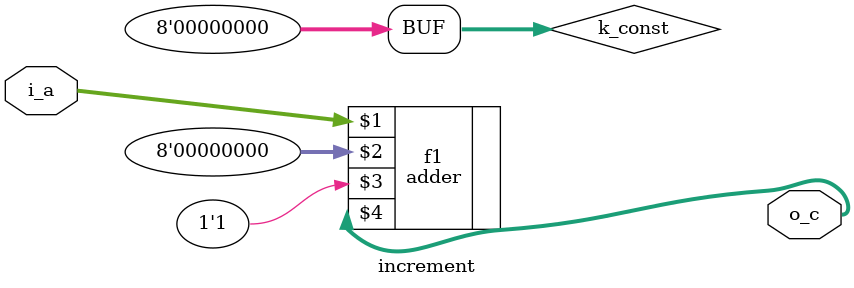
<source format=v>
`include "modules/arithmetics/adder.v"
/* verilator lint_off UNUSED */
module increment
  ( 
    i_a,
    o_c
    );

  parameter BUS_WIDTH = 8;
  wire [BUS_WIDTH-1:0] k_const = 0; 

  input wire[BUS_WIDTH-1:0] i_a;
  output wire[BUS_WIDTH-1:0] o_c;
  
  adder #(.BUS_WIDTH(BUS_WIDTH)) f1(i_a, k_const, 1'b1, o_c);
endmodule

</source>
